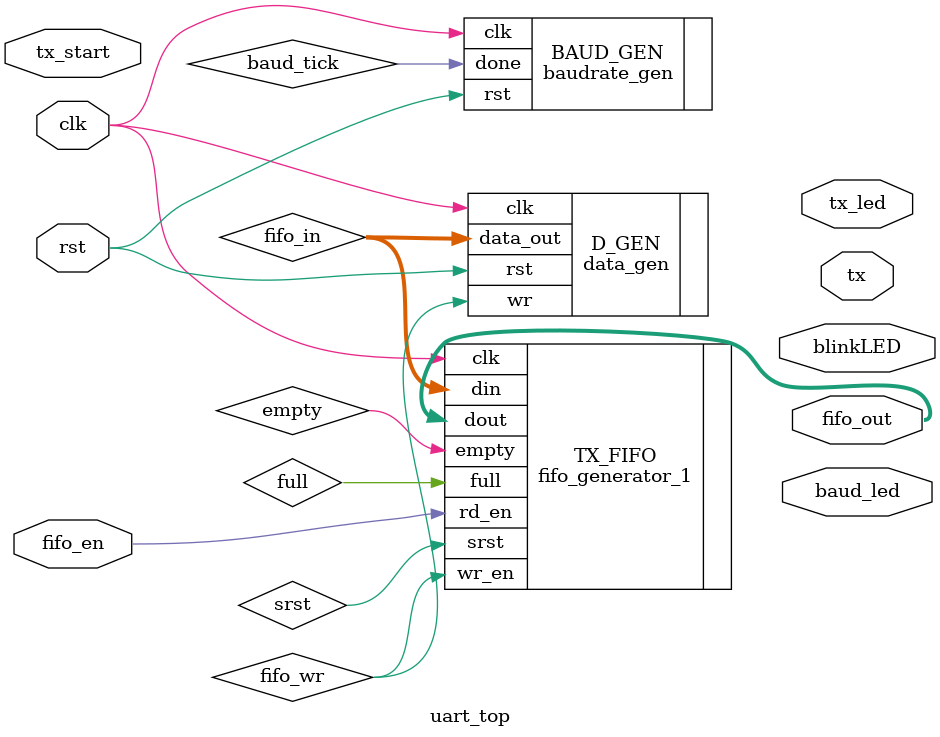
<source format=v>
module uart_top(
input clk,
input rst,
input tx_start,
input fifo_en,
output [7:0] fifo_out,
output tx_led,
output baud_led,
output tx,
output blinkLED
);
wire baud_tick;
//assign tx = blinkLED;
baudrate_gen BAUD_GEN(
.clk (clk),
.rst (rst),
.done (baud_tick));
wire [7:0]fifo_in;
wire fifo_wr;

//clk_1hz LED1HZ (
//     .rst(rst),
//     .clk(clk),
//    .clk_hz(blinkLED)
////    output reg led0
//);

data_gen D_GEN(
.clk(clk),
.rst(rst),
.data_out(fifo_in),
.wr(fifo_wr)
);

fifo_generator_1 TX_FIFO (
  .clk(clk),      // input wire clk
  .srst(srst),    // input wire srst
  .din(fifo_in),      // input wire [7 : 0] din
  .wr_en(fifo_wr),  // input wire wr_en
  .rd_en(fifo_en),  // input wire rd_en
  .dout(fifo_out),    // output wire [7 : 0] dout
  .full(full),    // output wire full
  .empty(empty)  // output wire empty
);

//uart_tx TX(
//.tx_tick (baud_tick),
//.clk (clk),
//.rst(rst),
//.tx_start(tx_start),
//.tx_led (tx_led),
//.baud_led (baud_led),
//.tx(tx)
//);
endmodule
</source>
